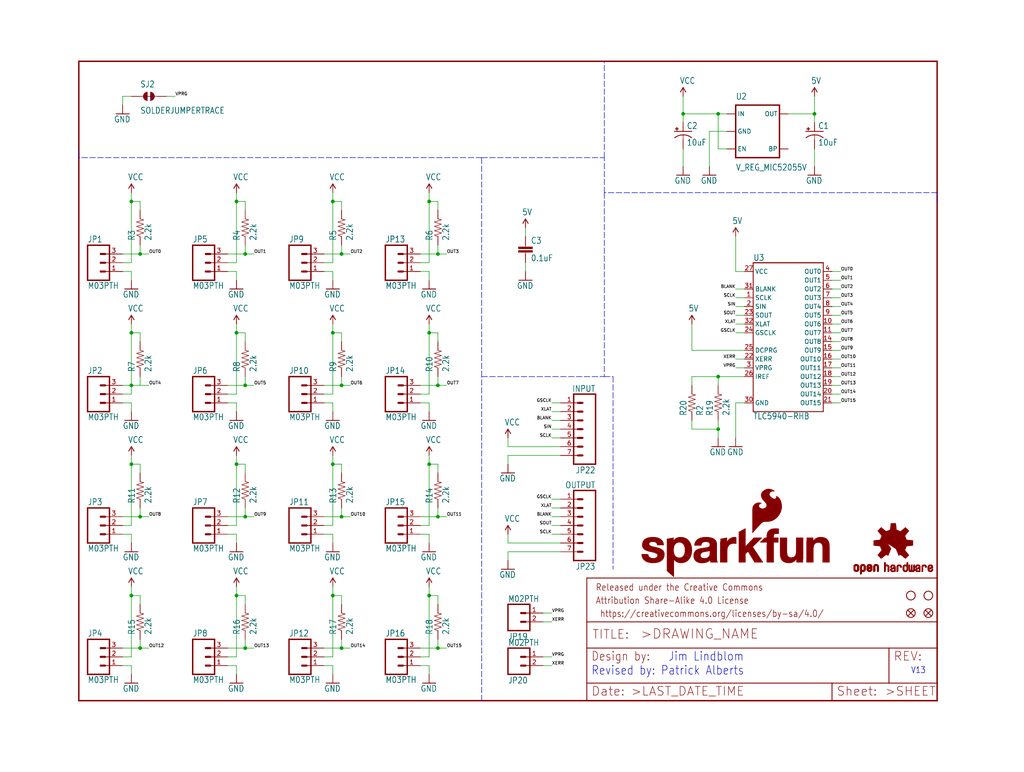
<source format=kicad_sch>
(kicad_sch (version 20211123) (generator eeschema)
  (paper "User" 297.002 223.926)
  (lib_symbols
    (symbol "eagleSchem-eagle-import:0.1UF-25V(+80{slash}-20%)(0603)"
      (property "Reference" "C" (at 1.524 2.921 0))
      (property "Value" "0.1UF-25V(+80{slash}-20%)(0603)" (at 1.524 -2.159 0))
      (symbol "0.1UF-25V(+80{slash}-20%)(0603)_1_0"
        (pin passive line (at 0 5.08 270) (length 2.54) (name "1") (number "1"))
        (pin passive line (at 0 -2.54 90) (length 2.54) (name "2") (number "2"))
      )
    )
    (symbol "eagleSchem-eagle-import:10UF-16V-10%(TANT)"
      (property "Reference" "C" (at 1.016 0.635 0))
      (property "Value" "10UF-16V-10%(TANT)" (at 1.016 -4.191 0))
      (symbol "10UF-16V-10%(TANT)_1_0"
        (pin passive line (at 0 2.54 270) (length 2.54) (name "+") (number "A"))
        (pin passive line (at 0 -5.08 90) (length 2.54) (name "-") (number "C"))
      )
    )
    (symbol "eagleSchem-eagle-import:10UF-20V-10%(TANT)"
      (property "Reference" "C" (at 1.016 0.635 0))
      (property "Value" "10UF-20V-10%(TANT)" (at 1.016 -4.191 0))
      (symbol "10UF-20V-10%(TANT)_1_0"
        (pin passive line (at 0 2.54 270) (length 2.54) (name "+") (number "A"))
        (pin passive line (at 0 -5.08 90) (length 2.54) (name "-") (number "C"))
      )
    )
    (symbol "eagleSchem-eagle-import:2.2KOHM-1{slash}10W-1%(0603)"
      (property "Reference" "R" (at -3.81 1.4986 0))
      (property "Value" "2.2KOHM-1{slash}10W-1%(0603)" (at -3.81 -3.302 0))
      (symbol "2.2KOHM-1{slash}10W-1%(0603)_1_0"
        (pin passive line (at -5.08 0 0) (length 2.54) (name "1") (number "1"))
        (pin passive line (at 5.08 0 180) (length 2.54) (name "2") (number "2"))
      )
    )
    (symbol "eagleSchem-eagle-import:5V" (power)
      (property "Value" "5V" (at -1.016 3.556 0))
      (symbol "5V_1_0"
        (pin power_in line (at 0 0 90) (length 2.54) (name "5V") (number "1"))
      )
    )
    (symbol "eagleSchem-eagle-import:FIDUCIAL1X2")
    (symbol "eagleSchem-eagle-import:FRAME-LETTER"
      (symbol "FRAME-LETTER_2_0"
        (text " https://creativecommons.org/licenses/by-sa/4.0/" (at 2.54 24.13 0) (effects (font (size 1.9304 1.6408)) (justify left bottom)))
        (text ">DRAWING_NAME" (at 15.494 17.78 0) (effects (font (size 2.7432 2.7432)) (justify left bottom)))
        (text ">LAST_DATE_TIME" (at 12.7 1.27 0) (effects (font (size 2.54 2.54)) (justify left bottom)))
        (text ">SHEET" (at 86.36 1.27 0) (effects (font (size 2.54 2.54)) (justify left bottom)))
        (text "Attribution Share-Alike 4.0 License" (at 2.54 27.94 0) (effects (font (size 1.9304 1.6408)) (justify left bottom)))
        (text "Date:" (at 1.27 1.27 0) (effects (font (size 2.54 2.54)) (justify left bottom)))
        (text "Design by:" (at 1.27 11.43 0) (effects (font (size 2.54 2.159)) (justify left bottom)))
        (text "Released under the Creative Commons" (at 2.54 31.75 0) (effects (font (size 1.9304 1.6408)) (justify left bottom)))
        (text "REV:" (at 88.9 11.43 0) (effects (font (size 2.54 2.54)) (justify left bottom)))
        (text "Sheet:" (at 72.39 1.27 0) (effects (font (size 2.54 2.54)) (justify left bottom)))
        (text "TITLE:" (at 1.524 17.78 0) (effects (font (size 2.54 2.54)) (justify left bottom)))
      )
    )
    (symbol "eagleSchem-eagle-import:GND" (power)
      (property "Value" "GND" (at -2.54 -2.54 0))
      (symbol "GND_1_0"
        (pin power_in line (at 0 2.54 270) (length 2.54) (name "GND") (number "1"))
      )
    )
    (symbol "eagleSchem-eagle-import:M02PTH"
      (property "Reference" "JP" (at -2.54 5.842 0))
      (property "Value" "M02PTH" (at -2.54 -5.08 0))
      (symbol "M02PTH_1_0"
        (pin passive line (at 7.62 0 180) (length 5.08) (name "1") (number "1"))
        (pin passive line (at 7.62 2.54 180) (length 5.08) (name "2") (number "2"))
      )
    )
    (symbol "eagleSchem-eagle-import:M03PTH"
      (property "Reference" "JP" (at -2.54 5.842 0))
      (property "Value" "M03PTH" (at -2.54 -7.62 0))
      (symbol "M03PTH_1_0"
        (pin passive line (at 7.62 -2.54 180) (length 5.08) (name "1") (number "1"))
        (pin passive line (at 7.62 0 180) (length 5.08) (name "2") (number "2"))
        (pin passive line (at 7.62 2.54 180) (length 5.08) (name "3") (number "3"))
      )
    )
    (symbol "eagleSchem-eagle-import:M07"
      (property "Reference" "JP" (at -5.08 13.462 0))
      (property "Value" "M07" (at -5.08 -10.16 0))
      (symbol "M07_1_0"
        (pin passive line (at 5.08 -5.08 180) (length 5.08) (name "1") (number "1"))
        (pin passive line (at 5.08 -2.54 180) (length 5.08) (name "2") (number "2"))
        (pin passive line (at 5.08 0 180) (length 5.08) (name "3") (number "3"))
        (pin passive line (at 5.08 2.54 180) (length 5.08) (name "4") (number "4"))
        (pin passive line (at 5.08 5.08 180) (length 5.08) (name "5") (number "5"))
        (pin passive line (at 5.08 7.62 180) (length 5.08) (name "6") (number "6"))
        (pin passive line (at 5.08 10.16 180) (length 5.08) (name "7") (number "7"))
      )
    )
    (symbol "eagleSchem-eagle-import:OSHW-LOGOS")
    (symbol "eagleSchem-eagle-import:RESISTORKIT"
      (property "Reference" "R" (at -3.81 1.4986 0))
      (property "Value" "RESISTORKIT" (at -3.81 -3.302 0))
      (symbol "RESISTORKIT_1_0"
        (pin passive line (at -5.08 0 0) (length 2.54) (name "1") (number "P$1"))
        (pin passive line (at 5.08 0 180) (length 2.54) (name "2") (number "P$2"))
      )
    )
    (symbol "eagleSchem-eagle-import:SFE_LOGO_NAME_FLAME.2_INCH")
    (symbol "eagleSchem-eagle-import:SOLDERJUMPERTRACE"
      (property "Reference" "SJ" (at -2.54 2.54 0))
      (property "Value" "SOLDERJUMPERTRACE" (at -2.54 -5.08 0))
      (symbol "SOLDERJUMPERTRACE_1_0"
        (pin passive line (at -5.08 0 0) (length 2.54) (name "1") (number "1"))
        (pin passive line (at 5.08 0 180) (length 2.54) (name "2") (number "2"))
      )
    )
    (symbol "eagleSchem-eagle-import:STAND-OFF")
    (symbol "eagleSchem-eagle-import:TLC5940-RHB"
      (property "Reference" "U" (at -10.16 20.828 0))
      (property "Value" "TLC5940-RHB" (at -10.16 -25.146 0))
      (symbol "TLC5940-RHB_1_0"
        (pin bidirectional line (at -12.7 10.16 0) (length 2.54) (name "SCLK") (number "1"))
        (pin bidirectional line (at 12.7 2.54 180) (length 2.54) (name "OUT6") (number "10"))
        (pin bidirectional line (at 12.7 0 180) (length 2.54) (name "OUT7") (number "11"))
        (pin bidirectional line (at 12.7 -2.54 180) (length 2.54) (name "OUT8") (number "14"))
        (pin bidirectional line (at 12.7 -5.08 180) (length 2.54) (name "OUT9") (number "15"))
        (pin bidirectional line (at 12.7 -7.62 180) (length 2.54) (name "OUT10") (number "16"))
        (pin bidirectional line (at 12.7 -10.16 180) (length 2.54) (name "OUT11") (number "17"))
        (pin bidirectional line (at 12.7 -12.7 180) (length 2.54) (name "OUT12") (number "18"))
        (pin bidirectional line (at 12.7 -15.24 180) (length 2.54) (name "OUT13") (number "19"))
        (pin bidirectional line (at -12.7 7.62 0) (length 2.54) (name "SIN") (number "2"))
        (pin bidirectional line (at 12.7 -17.78 180) (length 2.54) (name "OUT14") (number "20"))
        (pin bidirectional line (at 12.7 -20.32 180) (length 2.54) (name "OUT15") (number "21"))
        (pin bidirectional line (at -12.7 -7.62 0) (length 2.54) (name "XERR") (number "22"))
        (pin bidirectional line (at -12.7 5.08 0) (length 2.54) (name "SOUT") (number "23"))
        (pin bidirectional line (at -12.7 0 0) (length 2.54) (name "GSCLK") (number "24"))
        (pin bidirectional line (at -12.7 -5.08 0) (length 2.54) (name "DCPRG") (number "25"))
        (pin bidirectional line (at -12.7 -12.7 0) (length 2.54) (name "IREF") (number "26"))
        (pin bidirectional line (at -12.7 17.78 0) (length 2.54) (name "VCC") (number "27"))
        (pin bidirectional line (at -12.7 -10.16 0) (length 2.54) (name "VPRG") (number "3"))
        (pin bidirectional line (at -12.7 -20.32 0) (length 2.54) (name "GND") (number "30"))
        (pin bidirectional line (at -12.7 12.7 0) (length 2.54) (name "BLANK") (number "31"))
        (pin bidirectional line (at -12.7 2.54 0) (length 2.54) (name "XLAT") (number "32"))
        (pin bidirectional line (at 12.7 17.78 180) (length 2.54) (name "OUT0") (number "4"))
        (pin bidirectional line (at 12.7 15.24 180) (length 2.54) (name "OUT1") (number "5"))
        (pin bidirectional line (at 12.7 12.7 180) (length 2.54) (name "OUT2") (number "6"))
        (pin bidirectional line (at 12.7 10.16 180) (length 2.54) (name "OUT3") (number "7"))
        (pin bidirectional line (at 12.7 7.62 180) (length 2.54) (name "OUT4") (number "8"))
        (pin bidirectional line (at 12.7 5.08 180) (length 2.54) (name "OUT5") (number "9"))
      )
    )
    (symbol "eagleSchem-eagle-import:VCC" (power)
      (property "Value" "VCC" (at -1.016 3.556 0))
      (symbol "VCC_1_0"
        (pin power_in line (at 0 0 90) (length 2.54) (name "VCC") (number "1"))
      )
    )
    (symbol "eagleSchem-eagle-import:V_REG_MIC52055V"
      (property "Value" "V_REG_MIC52055V" (at -7.62 -11.43 0))
      (symbol "V_REG_MIC52055V_1_0"
        (pin input line (at -10.16 5.08 0) (length 2.54) (name "IN") (number "1"))
        (pin input line (at -10.16 0 0) (length 2.54) (name "GND") (number "2"))
        (pin input line (at -10.16 -5.08 0) (length 2.54) (name "EN") (number "3"))
        (pin input line (at 7.62 -5.08 180) (length 2.54) (name "BP") (number "4"))
        (pin passive line (at 7.62 5.08 180) (length 2.54) (name "OUT") (number "5"))
      )
    )
  )
  (junction (at 96.52 58.42))
  (junction (at 71.12 111.76))
  (junction (at 38.1 58.42))
  (junction (at 40.64 149.86))
  (junction (at 127 149.86))
  (junction (at 208.28 124.46))
  (junction (at 99.06 149.86))
  (junction (at 198.12 33.02))
  (junction (at 40.64 187.96))
  (junction (at 38.1 111.76))
  (junction (at 208.28 109.22))
  (junction (at 38.1 134.62))
  (junction (at 124.46 58.42))
  (junction (at 38.1 172.72))
  (junction (at 68.58 96.52))
  (junction (at 127 187.96))
  (junction (at 124.46 96.52))
  (junction (at 68.58 172.72))
  (junction (at 127 73.66))
  (junction (at 68.58 58.42))
  (junction (at 71.12 73.66))
  (junction (at 99.06 73.66))
  (junction (at 236.22 33.02))
  (junction (at 96.52 96.52))
  (junction (at 96.52 134.62))
  (junction (at 96.52 172.72))
  (junction (at 38.1 96.52))
  (junction (at 124.46 134.62))
  (junction (at 99.06 111.76))
  (junction (at 208.28 33.02))
  (junction (at 71.12 187.96))
  (junction (at 40.64 73.66))
  (junction (at 127 111.76))
  (junction (at 99.06 187.96))
  (junction (at 71.12 149.86))
  (junction (at 124.46 172.72))
  (junction (at 68.58 134.62))
  (wire (pts (xy 121.92 111.76) (xy 127 111.76)))
  (wire (pts (xy 38.1 193.04) (xy 38.1 195.58)))
  (wire (pts (xy 124.46 190.5) (xy 124.46 172.72)))
  (wire (pts (xy 40.64 134.62) (xy 38.1 134.62)))
  (wire (pts (xy 162.56 144.78) (xy 160.02 144.78)))
  (wire (pts (xy 200.66 101.6) (xy 200.66 93.98)))
  (wire (pts (xy 215.9 78.74) (xy 213.36 78.74)))
  (wire (pts (xy 241.3 109.22) (xy 243.84 109.22)))
  (wire (pts (xy 96.52 96.52) (xy 96.52 93.98)))
  (wire (pts (xy 127 73.66) (xy 129.54 73.66)))
  (wire (pts (xy 215.9 83.82) (xy 213.36 83.82)))
  (wire (pts (xy 127 111.76) (xy 129.54 111.76)))
  (wire (pts (xy 38.1 76.2) (xy 38.1 58.42)))
  (wire (pts (xy 99.06 111.76) (xy 101.6 111.76)))
  (wire (pts (xy 96.52 116.84) (xy 96.52 119.38)))
  (wire (pts (xy 157.48 177.8) (xy 160.02 177.8)))
  (wire (pts (xy 35.56 114.3) (xy 38.1 114.3)))
  (wire (pts (xy 99.06 109.22) (xy 99.06 111.76)))
  (wire (pts (xy 162.56 147.32) (xy 160.02 147.32)))
  (wire (pts (xy 40.64 60.96) (xy 40.64 58.42)))
  (wire (pts (xy 93.98 78.74) (xy 96.52 78.74)))
  (wire (pts (xy 38.1 154.94) (xy 38.1 157.48)))
  (wire (pts (xy 38.1 96.52) (xy 38.1 93.98)))
  (wire (pts (xy 121.92 78.74) (xy 124.46 78.74)))
  (wire (pts (xy 208.28 109.22) (xy 208.28 111.76)))
  (wire (pts (xy 215.9 88.9) (xy 213.36 88.9)))
  (wire (pts (xy 127 60.96) (xy 127 58.42)))
  (wire (pts (xy 215.9 104.14) (xy 213.36 104.14)))
  (wire (pts (xy 99.06 96.52) (xy 96.52 96.52)))
  (wire (pts (xy 215.9 116.84) (xy 213.36 116.84)))
  (wire (pts (xy 35.56 30.48) (xy 35.56 27.94)))
  (wire (pts (xy 99.06 187.96) (xy 99.06 185.42)))
  (wire (pts (xy 127 134.62) (xy 124.46 134.62)))
  (wire (pts (xy 127 96.52) (xy 124.46 96.52)))
  (wire (pts (xy 66.04 152.4) (xy 68.58 152.4)))
  (wire (pts (xy 241.3 114.3) (xy 243.84 114.3)))
  (wire (pts (xy 210.82 43.18) (xy 208.28 43.18)))
  (wire (pts (xy 215.9 106.68) (xy 213.36 106.68)))
  (wire (pts (xy 241.3 101.6) (xy 243.84 101.6)))
  (wire (pts (xy 71.12 137.16) (xy 71.12 134.62)))
  (wire (pts (xy 162.56 152.4) (xy 160.02 152.4)))
  (wire (pts (xy 127 187.96) (xy 129.54 187.96)))
  (wire (pts (xy 68.58 154.94) (xy 68.58 157.48)))
  (wire (pts (xy 38.1 172.72) (xy 38.1 170.18)))
  (wire (pts (xy 35.56 152.4) (xy 38.1 152.4)))
  (wire (pts (xy 48.26 27.94) (xy 50.8 27.94)))
  (wire (pts (xy 99.06 149.86) (xy 99.06 147.32)))
  (wire (pts (xy 236.22 48.26) (xy 236.22 43.18)))
  (wire (pts (xy 68.58 134.62) (xy 68.58 132.08)))
  (wire (pts (xy 241.3 106.68) (xy 243.84 106.68)))
  (wire (pts (xy 66.04 154.94) (xy 68.58 154.94)))
  (wire (pts (xy 127 99.06) (xy 127 96.52)))
  (wire (pts (xy 121.92 76.2) (xy 124.46 76.2)))
  (wire (pts (xy 71.12 109.22) (xy 71.12 111.76)))
  (wire (pts (xy 162.56 132.08) (xy 147.32 132.08)))
  (wire (pts (xy 66.04 111.76) (xy 71.12 111.76)))
  (wire (pts (xy 40.64 111.76) (xy 40.64 109.22)))
  (wire (pts (xy 121.92 187.96) (xy 127 187.96)))
  (wire (pts (xy 198.12 35.56) (xy 198.12 33.02)))
  (wire (pts (xy 40.64 99.06) (xy 40.64 96.52)))
  (wire (pts (xy 236.22 33.02) (xy 236.22 35.56)))
  (wire (pts (xy 198.12 33.02) (xy 198.12 27.94)))
  (wire (pts (xy 241.3 116.84) (xy 243.84 116.84)))
  (wire (pts (xy 68.58 96.52) (xy 68.58 93.98)))
  (wire (pts (xy 96.52 134.62) (xy 96.52 132.08)))
  (wire (pts (xy 71.12 187.96) (xy 71.12 185.42)))
  (wire (pts (xy 40.64 149.86) (xy 40.64 147.32)))
  (wire (pts (xy 96.52 154.94) (xy 96.52 157.48)))
  (wire (pts (xy 96.52 114.3) (xy 96.52 96.52)))
  (wire (pts (xy 152.4 78.74) (xy 152.4 76.2)))
  (wire (pts (xy 99.06 134.62) (xy 96.52 134.62)))
  (wire (pts (xy 124.46 154.94) (xy 124.46 157.48)))
  (wire (pts (xy 241.3 96.52) (xy 243.84 96.52)))
  (wire (pts (xy 40.64 149.86) (xy 43.18 149.86)))
  (wire (pts (xy 71.12 96.52) (xy 68.58 96.52)))
  (wire (pts (xy 38.1 114.3) (xy 38.1 111.76)))
  (wire (pts (xy 38.1 190.5) (xy 38.1 172.72)))
  (wire (pts (xy 215.9 101.6) (xy 200.66 101.6)))
  (wire (pts (xy 213.36 116.84) (xy 213.36 127)))
  (wire (pts (xy 71.12 60.96) (xy 71.12 58.42)))
  (wire (pts (xy 236.22 33.02) (xy 236.22 27.94)))
  (wire (pts (xy 66.04 187.96) (xy 71.12 187.96)))
  (wire (pts (xy 99.06 172.72) (xy 96.52 172.72)))
  (wire (pts (xy 99.06 187.96) (xy 101.6 187.96)))
  (wire (pts (xy 121.92 73.66) (xy 127 73.66)))
  (wire (pts (xy 66.04 114.3) (xy 68.58 114.3)))
  (wire (pts (xy 200.66 124.46) (xy 208.28 124.46)))
  (wire (pts (xy 40.64 137.16) (xy 40.64 134.62)))
  (wire (pts (xy 157.48 180.34) (xy 160.02 180.34)))
  (wire (pts (xy 215.9 86.36) (xy 213.36 86.36)))
  (wire (pts (xy 99.06 58.42) (xy 96.52 58.42)))
  (wire (pts (xy 66.04 190.5) (xy 68.58 190.5)))
  (wire (pts (xy 35.56 149.86) (xy 40.64 149.86)))
  (polyline (pts (xy 175.26 55.88) (xy 175.26 109.22)))
  (wire (pts (xy 208.28 124.46) (xy 208.28 121.92)))
  (wire (pts (xy 121.92 149.86) (xy 127 149.86)))
  (wire (pts (xy 241.3 104.14) (xy 243.84 104.14)))
  (wire (pts (xy 38.1 27.94) (xy 35.56 27.94)))
  (wire (pts (xy 66.04 76.2) (xy 68.58 76.2)))
  (wire (pts (xy 99.06 73.66) (xy 101.6 73.66)))
  (wire (pts (xy 35.56 187.96) (xy 40.64 187.96)))
  (wire (pts (xy 215.9 96.52) (xy 213.36 96.52)))
  (polyline (pts (xy 139.7 45.72) (xy 175.26 45.72)))
  (wire (pts (xy 38.1 58.42) (xy 38.1 55.88)))
  (wire (pts (xy 38.1 134.62) (xy 38.1 132.08)))
  (wire (pts (xy 99.06 60.96) (xy 99.06 58.42)))
  (wire (pts (xy 68.58 116.84) (xy 68.58 119.38)))
  (wire (pts (xy 93.98 190.5) (xy 96.52 190.5)))
  (wire (pts (xy 162.56 121.92) (xy 160.02 121.92)))
  (wire (pts (xy 68.58 172.72) (xy 68.58 170.18)))
  (wire (pts (xy 127 109.22) (xy 127 111.76)))
  (wire (pts (xy 38.1 78.74) (xy 38.1 81.28)))
  (wire (pts (xy 38.1 152.4) (xy 38.1 134.62)))
  (wire (pts (xy 96.52 78.74) (xy 96.52 81.28)))
  (wire (pts (xy 162.56 124.46) (xy 160.02 124.46)))
  (wire (pts (xy 93.98 149.86) (xy 99.06 149.86)))
  (wire (pts (xy 205.74 48.26) (xy 205.74 38.1)))
  (polyline (pts (xy 44.196 27.94) (xy 42.164 27.94)))
  (wire (pts (xy 228.6 33.02) (xy 236.22 33.02)))
  (polyline (pts (xy 177.8 109.22) (xy 177.8 165.1)))
  (wire (pts (xy 157.48 193.04) (xy 160.02 193.04)))
  (wire (pts (xy 71.12 149.86) (xy 71.12 147.32)))
  (wire (pts (xy 215.9 91.44) (xy 213.36 91.44)))
  (wire (pts (xy 96.52 172.72) (xy 96.52 170.18)))
  (wire (pts (xy 200.66 121.92) (xy 200.66 124.46)))
  (wire (pts (xy 35.56 73.66) (xy 40.64 73.66)))
  (wire (pts (xy 40.64 73.66) (xy 43.18 73.66)))
  (wire (pts (xy 71.12 175.26) (xy 71.12 172.72)))
  (wire (pts (xy 208.28 43.18) (xy 208.28 33.02)))
  (wire (pts (xy 38.1 111.76) (xy 43.18 111.76)))
  (wire (pts (xy 121.92 193.04) (xy 124.46 193.04)))
  (wire (pts (xy 35.56 76.2) (xy 38.1 76.2)))
  (wire (pts (xy 205.74 38.1) (xy 210.82 38.1)))
  (polyline (pts (xy 139.7 45.72) (xy 22.86 45.72)))
  (wire (pts (xy 200.66 109.22) (xy 208.28 109.22)))
  (wire (pts (xy 93.98 116.84) (xy 96.52 116.84)))
  (wire (pts (xy 162.56 157.48) (xy 147.32 157.48)))
  (wire (pts (xy 213.36 78.74) (xy 213.36 68.58)))
  (wire (pts (xy 99.06 137.16) (xy 99.06 134.62)))
  (wire (pts (xy 68.58 76.2) (xy 68.58 58.42)))
  (wire (pts (xy 96.52 193.04) (xy 96.52 195.58)))
  (wire (pts (xy 121.92 190.5) (xy 124.46 190.5)))
  (wire (pts (xy 68.58 58.42) (xy 68.58 55.88)))
  (wire (pts (xy 200.66 111.76) (xy 200.66 109.22)))
  (wire (pts (xy 93.98 76.2) (xy 96.52 76.2)))
  (wire (pts (xy 124.46 78.74) (xy 124.46 81.28)))
  (wire (pts (xy 162.56 127) (xy 160.02 127)))
  (polyline (pts (xy 139.7 109.22) (xy 139.7 45.72)))
  (wire (pts (xy 127 73.66) (xy 127 71.12)))
  (wire (pts (xy 162.56 160.02) (xy 147.32 160.02)))
  (polyline (pts (xy 271.78 58.42) (xy 271.78 55.88)))
  (polyline (pts (xy 271.78 55.88) (xy 175.26 55.88)))
  (wire (pts (xy 147.32 132.08) (xy 147.32 134.62)))
  (wire (pts (xy 99.06 99.06) (xy 99.06 96.52)))
  (wire (pts (xy 127 187.96) (xy 127 185.42)))
  (wire (pts (xy 35.56 193.04) (xy 38.1 193.04)))
  (wire (pts (xy 99.06 149.86) (xy 101.6 149.86)))
  (wire (pts (xy 71.12 58.42) (xy 68.58 58.42)))
  (wire (pts (xy 93.98 114.3) (xy 96.52 114.3)))
  (wire (pts (xy 68.58 152.4) (xy 68.58 134.62)))
  (wire (pts (xy 40.64 175.26) (xy 40.64 172.72)))
  (wire (pts (xy 162.56 129.54) (xy 147.32 129.54)))
  (wire (pts (xy 40.64 96.52) (xy 38.1 96.52)))
  (wire (pts (xy 162.56 116.84) (xy 160.02 116.84)))
  (polyline (pts (xy 175.26 109.22) (xy 177.8 109.22)))
  (wire (pts (xy 93.98 187.96) (xy 99.06 187.96)))
  (wire (pts (xy 66.04 149.86) (xy 71.12 149.86)))
  (wire (pts (xy 241.3 83.82) (xy 243.84 83.82)))
  (polyline (pts (xy 22.86 45.72) (xy 22.86 43.18)))
  (wire (pts (xy 71.12 99.06) (xy 71.12 96.52)))
  (wire (pts (xy 71.12 111.76) (xy 73.66 111.76)))
  (wire (pts (xy 35.56 111.76) (xy 38.1 111.76)))
  (wire (pts (xy 124.46 116.84) (xy 124.46 119.38)))
  (wire (pts (xy 127 149.86) (xy 129.54 149.86)))
  (wire (pts (xy 68.58 190.5) (xy 68.58 172.72)))
  (wire (pts (xy 162.56 119.38) (xy 160.02 119.38)))
  (wire (pts (xy 241.3 91.44) (xy 243.84 91.44)))
  (wire (pts (xy 127 149.86) (xy 127 147.32)))
  (wire (pts (xy 35.56 78.74) (xy 38.1 78.74)))
  (wire (pts (xy 241.3 111.76) (xy 243.84 111.76)))
  (wire (pts (xy 162.56 149.86) (xy 160.02 149.86)))
  (polyline (pts (xy 139.7 109.22) (xy 175.26 109.22)))
  (wire (pts (xy 40.64 187.96) (xy 43.18 187.96)))
  (wire (pts (xy 124.46 152.4) (xy 124.46 134.62)))
  (wire (pts (xy 124.46 58.42) (xy 124.46 55.88)))
  (polyline (pts (xy 175.26 55.88) (xy 175.26 45.72)))
  (wire (pts (xy 66.04 73.66) (xy 71.12 73.66)))
  (wire (pts (xy 96.52 58.42) (xy 96.52 55.88)))
  (wire (pts (xy 121.92 152.4) (xy 124.46 152.4)))
  (wire (pts (xy 198.12 48.26) (xy 198.12 43.18)))
  (wire (pts (xy 241.3 93.98) (xy 243.84 93.98)))
  (wire (pts (xy 96.52 190.5) (xy 96.52 172.72)))
  (wire (pts (xy 210.82 33.02) (xy 208.28 33.02)))
  (wire (pts (xy 124.46 114.3) (xy 124.46 96.52)))
  (wire (pts (xy 208.28 33.02) (xy 198.12 33.02)))
  (wire (pts (xy 124.46 134.62) (xy 124.46 132.08)))
  (wire (pts (xy 40.64 187.96) (xy 40.64 185.42)))
  (wire (pts (xy 162.56 154.94) (xy 160.02 154.94)))
  (wire (pts (xy 96.52 76.2) (xy 96.52 58.42)))
  (wire (pts (xy 66.04 193.04) (xy 68.58 193.04)))
  (wire (pts (xy 127 175.26) (xy 127 172.72)))
  (polyline (pts (xy 139.7 203.2) (xy 139.7 109.22)))
  (polyline (pts (xy 175.26 45.72) (xy 175.26 17.78)))
  (wire (pts (xy 35.56 154.94) (xy 38.1 154.94)))
  (wire (pts (xy 71.12 149.86) (xy 73.66 149.86)))
  (wire (pts (xy 68.58 193.04) (xy 68.58 195.58)))
  (wire (pts (xy 93.98 111.76) (xy 99.06 111.76)))
  (wire (pts (xy 157.48 190.5) (xy 160.02 190.5)))
  (wire (pts (xy 99.06 175.26) (xy 99.06 172.72)))
  (wire (pts (xy 241.3 99.06) (xy 243.84 99.06)))
  (wire (pts (xy 71.12 172.72) (xy 68.58 172.72)))
  (wire (pts (xy 241.3 81.28) (xy 243.84 81.28)))
  (wire (pts (xy 93.98 154.94) (xy 96.52 154.94)))
  (wire (pts (xy 121.92 154.94) (xy 124.46 154.94)))
  (wire (pts (xy 124.46 172.72) (xy 124.46 170.18)))
  (wire (pts (xy 38.1 116.84) (xy 38.1 119.38)))
  (wire (pts (xy 40.64 71.12) (xy 40.64 73.66)))
  (wire (pts (xy 68.58 114.3) (xy 68.58 96.52)))
  (wire (pts (xy 124.46 193.04) (xy 124.46 195.58)))
  (wire (pts (xy 40.64 172.72) (xy 38.1 172.72)))
  (wire (pts (xy 93.98 193.04) (xy 96.52 193.04)))
  (wire (pts (xy 38.1 111.76) (xy 38.1 96.52)))
  (wire (pts (xy 99.06 71.12) (xy 99.06 73.66)))
  (wire (pts (xy 124.46 76.2) (xy 124.46 58.42)))
  (wire (pts (xy 66.04 116.84) (xy 68.58 116.84)))
  (wire (pts (xy 121.92 116.84) (xy 124.46 116.84)))
  (wire (pts (xy 40.64 58.42) (xy 38.1 58.42)))
  (wire (pts (xy 35.56 190.5) (xy 38.1 190.5)))
  (wire (pts (xy 127 58.42) (xy 124.46 58.42)))
  (wire (pts (xy 71.12 187.96) (xy 73.66 187.96)))
  (wire (pts (xy 147.32 160.02) (xy 147.32 162.56)))
  (wire (pts (xy 124.46 96.52) (xy 124.46 93.98)))
  (wire (pts (xy 93.98 73.66) (xy 99.06 73.66)))
  (wire (pts (xy 127 172.72) (xy 124.46 172.72)))
  (wire (pts (xy 71.12 73.66) (xy 73.66 73.66)))
  (wire (pts (xy 241.3 78.74) (xy 243.84 78.74)))
  (wire (pts (xy 215.9 93.98) (xy 213.36 93.98)))
  (wire (pts (xy 147.32 157.48) (xy 147.32 154.94)))
  (wire (pts (xy 241.3 86.36) (xy 243.84 86.36)))
  (wire (pts (xy 215.9 109.22) (xy 208.28 109.22)))
  (wire (pts (xy 93.98 152.4) (xy 96.52 152.4)))
  (wire (pts (xy 96.52 152.4) (xy 96.52 134.62)))
  (wire (pts (xy 71.12 134.62) (xy 68.58 134.62)))
  (wire (pts (xy 241.3 88.9) (xy 243.84 88.9)))
  (wire (pts (xy 35.56 116.84) (xy 38.1 116.84)))
  (wire (pts (xy 127 137.16) (xy 127 134.62)))
  (wire (pts (xy 121.92 114.3) (xy 124.46 114.3)))
  (wire (pts (xy 68.58 78.74) (xy 68.58 81.28)))
  (wire (pts (xy 71.12 71.12) (xy 71.12 73.66)))
  (wire (pts (xy 66.04 78.74) (xy 68.58 78.74)))
  (wire (pts (xy 208.28 127) (xy 208.28 124.46)))
  (wire (pts (xy 147.32 129.54) (xy 147.32 127)))
  (wire (pts (xy 152.4 66.04) (xy 152.4 68.58)))
  (text "Revised by: Patrick Alberts" (at 171.45 196.088 180) (effects (font (size 2.54 2.159)) (justify left bottom)))
  (text "V13" (at 264.16 195.58 180) (effects (font (size 1.778 1.5113)) (justify left bottom)))
  (text "Jim Lindblom" (at 193.802 192.024 180) (effects (font (size 2.54 2.159)) (justify left bottom)))
  (label "OUT12" (at 43.18 187.96 0) (effects (font (size 0.889 0.889))))
  (label "OUT2" (at 101.6 73.66 0) (effects (font (size 0.889 0.889))))
  (label "OUT0" (at 243.84 78.74 0) (effects (font (size 0.889 0.889))))
  (label "OUT5" (at 73.66 111.76 0) (effects (font (size 0.889 0.889))))
  (label "OUT11" (at 129.54 149.86 0) (effects (font (size 0.889 0.889))))
  (label "OUT14" (at 243.84 114.3 0) (effects (font (size 0.889 0.889))))
  (label "OUT1" (at 73.66 73.66 0) (effects (font (size 0.889 0.889))))
  (label "GSCLK" (at 213.36 96.52 180) (effects (font (size 0.889 0.889))))
  (label "SIN" (at 160.02 124.46 180) (effects (font (size 0.889 0.889))))
  (label "OUT0" (at 43.18 73.66 0) (effects (font (size 0.889 0.889))))
  (label "OUT5" (at 243.84 91.44 0) (effects (font (size 0.889 0.889))))
  (label "GSCLK" (at 160.02 116.84 180) (effects (font (size 0.889 0.889))))
  (label "OUT4" (at 243.84 88.9 0) (effects (font (size 0.889 0.889))))
  (label "SIN" (at 213.36 88.9 180) (effects (font (size 0.889 0.889))))
  (label "OUT7" (at 129.54 111.76 0) (effects (font (size 0.889 0.889))))
  (label "XLAT" (at 160.02 119.38 180) (effects (font (size 0.889 0.889))))
  (label "XLAT" (at 160.02 147.32 180) (effects (font (size 0.889 0.889))))
  (label "OUT9" (at 73.66 149.86 0) (effects (font (size 0.889 0.889))))
  (label "OUT3" (at 129.54 73.66 0) (effects (font (size 0.889 0.889))))
  (label "OUT7" (at 243.84 96.52 0) (effects (font (size 0.889 0.889))))
  (label "OUT15" (at 129.54 187.96 0) (effects (font (size 0.889 0.889))))
  (label "OUT8" (at 43.18 149.86 0) (effects (font (size 0.889 0.889))))
  (label "BLANK" (at 160.02 149.86 180) (effects (font (size 0.889 0.889))))
  (label "OUT13" (at 243.84 111.76 0) (effects (font (size 0.889 0.889))))
  (label "OUT6" (at 243.84 93.98 0) (effects (font (size 0.889 0.889))))
  (label "SCLK" (at 160.02 154.94 180) (effects (font (size 0.889 0.889))))
  (label "XLAT" (at 213.36 93.98 180) (effects (font (size 0.889 0.889))))
  (label "OUT11" (at 243.84 106.68 0) (effects (font (size 0.889 0.889))))
  (label "OUT6" (at 101.6 111.76 0) (effects (font (size 0.889 0.889))))
  (label "OUT10" (at 243.84 104.14 0) (effects (font (size 0.889 0.889))))
  (label "OUT12" (at 243.84 109.22 0) (effects (font (size 0.889 0.889))))
  (label "OUT3" (at 243.84 86.36 0) (effects (font (size 0.889 0.889))))
  (label "GSCLK" (at 160.02 144.78 180) (effects (font (size 0.889 0.889))))
  (label "VPRG" (at 213.36 106.68 180) (effects (font (size 0.889 0.889))))
  (label "SCLK" (at 160.02 127 180) (effects (font (size 0.889 0.889))))
  (label "SCLK" (at 213.36 86.36 180) (effects (font (size 0.889 0.889))))
  (label "XERR" (at 213.36 104.14 180) (effects (font (size 0.889 0.889))))
  (label "BLANK" (at 160.02 121.92 180) (effects (font (size 0.889 0.889))))
  (label "OUT9" (at 243.84 101.6 0) (effects (font (size 0.889 0.889))))
  (label "OUT15" (at 243.84 116.84 0) (effects (font (size 0.889 0.889))))
  (label "OUT14" (at 101.6 187.96 0) (effects (font (size 0.889 0.889))))
  (label "OUT10" (at 101.6 149.86 0) (effects (font (size 0.889 0.889))))
  (label "BLANK" (at 213.36 83.82 180) (effects (font (size 0.889 0.889))))
  (label "OUT8" (at 243.84 99.06 0) (effects (font (size 0.889 0.889))))
  (label "XERR" (at 160.02 193.04 0) (effects (font (size 0.889 0.889))))
  (label "VPRG" (at 160.02 177.8 0) (effects (font (size 0.889 0.889))))
  (label "OUT1" (at 243.84 81.28 0) (effects (font (size 0.889 0.889))))
  (label "VPRG" (at 160.02 190.5 0) (effects (font (size 0.889 0.889))))
  (label "SOUT" (at 160.02 152.4 180) (effects (font (size 0.889 0.889))))
  (label "XERR" (at 160.02 180.34 0) (effects (font (size 0.889 0.889))))
  (label "OUT13" (at 73.66 187.96 0) (effects (font (size 0.889 0.889))))
  (label "SOUT" (at 213.36 91.44 180) (effects (font (size 0.889 0.889))))
  (label "VPRG" (at 50.8 27.94 0) (effects (font (size 0.889 0.889))))
  (label "OUT2" (at 243.84 83.82 0) (effects (font (size 0.889 0.889))))
  (label "OUT4" (at 43.18 111.76 0) (effects (font (size 0.889 0.889))))
  (symbol (lib_id "eagleSchem-eagle-import:GND") (at 205.74 50.8 0) (unit 1)
    (property "Reference" "#GND21" (effects hide))
    (property "Value" "GND" (at 203.2 53.34 0) (effects (font (size 1.778 1.5113)) (justify left bottom)))
    (property "Footprint" "eagleSchem:" (effects hide))
  )
  (symbol (lib_id "eagleSchem-eagle-import:M03PTH") (at 86.36 76.2 0) (unit 1)
    (property "Reference" "JP9" (at 83.82 70.358 0) (effects (font (size 1.778 1.5113)) (justify left bottom)))
    (property "Value" "M03PTH" (at 83.82 83.82 0) (effects (font (size 1.778 1.5113)) (justify left bottom)))
    (property "Footprint" "eagleSchem:1X03" (effects hide))
  )
  (symbol (lib_id "eagleSchem-eagle-import:VCC") (at 124.46 93.98 0) (unit 1)
    (property "Reference" "#P+16" (effects hide))
    (property "Value" "VCC" (at 123.444 90.424 0) (effects (font (size 1.778 1.5113)) (justify left bottom)))
    (property "Footprint" "eagleSchem:" (effects hide))
  )
  (symbol (lib_id "eagleSchem-eagle-import:2.2KOHM-1{slash}10W-1%(0603)") (at 40.64 104.14 90) (unit 1)
    (property "Reference" "R7" (at 39.1414 107.95 0) (effects (font (size 1.778 1.5113)) (justify left bottom)))
    (property "Value" "2.2k" (at 43.942 107.95 0) (effects (font (size 1.778 1.5113)) (justify left bottom)))
    (property "Footprint" "eagleSchem:0603-RES" (effects hide))
  )
  (symbol (lib_id "eagleSchem-eagle-import:V_REG_MIC52055V") (at 220.98 38.1 0) (unit 1)
    (property "Reference" "U2" (at 213.36 28.956 0) (effects (font (size 1.778 1.5113)) (justify left bottom)))
    (property "Value" "V_REG_MIC52055V" (at 213.36 49.53 0) (effects (font (size 1.778 1.5113)) (justify left bottom)))
    (property "Footprint" "eagleSchem:SOT23-5" (effects hide))
  )
  (symbol (lib_id "eagleSchem-eagle-import:5V") (at 213.36 68.58 0) (unit 1)
    (property "Reference" "#U$5" (effects hide))
    (property "Value" "5V" (at 212.344 65.024 0) (effects (font (size 1.778 1.5113)) (justify left bottom)))
    (property "Footprint" "eagleSchem:" (effects hide))
  )
  (symbol (lib_id "eagleSchem-eagle-import:VCC") (at 124.46 170.18 0) (unit 1)
    (property "Reference" "#P+18" (effects hide))
    (property "Value" "VCC" (at 123.444 166.624 0) (effects (font (size 1.778 1.5113)) (justify left bottom)))
    (property "Footprint" "eagleSchem:" (effects hide))
  )
  (symbol (lib_id "eagleSchem-eagle-import:GND") (at 124.46 83.82 0) (unit 1)
    (property "Reference" "#GND16" (effects hide))
    (property "Value" "GND" (at 121.92 86.36 0) (effects (font (size 1.778 1.5113)) (justify left bottom)))
    (property "Footprint" "eagleSchem:" (effects hide))
  )
  (symbol (lib_id "eagleSchem-eagle-import:GND") (at 38.1 121.92 0) (unit 1)
    (property "Reference" "#GND5" (effects hide))
    (property "Value" "GND" (at 35.56 124.46 0) (effects (font (size 1.778 1.5113)) (justify left bottom)))
    (property "Footprint" "eagleSchem:" (effects hide))
  )
  (symbol (lib_id "eagleSchem-eagle-import:FRAME-LETTER") (at 170.18 203.2 0) (unit 2)
    (property "Reference" "FRAME1" (effects hide))
    (property "Value" "FRAME-LETTER" (effects hide))
    (property "Footprint" "eagleSchem:CREATIVE_COMMONS" (effects hide))
  )
  (symbol (lib_id "eagleSchem-eagle-import:VCC") (at 96.52 93.98 0) (unit 1)
    (property "Reference" "#P+12" (effects hide))
    (property "Value" "VCC" (at 95.504 90.424 0) (effects (font (size 1.778 1.5113)) (justify left bottom)))
    (property "Footprint" "eagleSchem:" (effects hide))
  )
  (symbol (lib_id "eagleSchem-eagle-import:VCC") (at 124.46 132.08 0) (unit 1)
    (property "Reference" "#P+17" (effects hide))
    (property "Value" "VCC" (at 123.444 128.524 0) (effects (font (size 1.778 1.5113)) (justify left bottom)))
    (property "Footprint" "eagleSchem:" (effects hide))
  )
  (symbol (lib_id "eagleSchem-eagle-import:M03PTH") (at 58.42 114.3 0) (unit 1)
    (property "Reference" "JP6" (at 55.88 108.458 0) (effects (font (size 1.778 1.5113)) (justify left bottom)))
    (property "Value" "M03PTH" (at 55.88 121.92 0) (effects (font (size 1.778 1.5113)) (justify left bottom)))
    (property "Footprint" "eagleSchem:1X03" (effects hide))
  )
  (symbol (lib_id "eagleSchem-eagle-import:GND") (at 96.52 121.92 0) (unit 1)
    (property "Reference" "#GND13" (effects hide))
    (property "Value" "GND" (at 93.98 124.46 0) (effects (font (size 1.778 1.5113)) (justify left bottom)))
    (property "Footprint" "eagleSchem:" (effects hide))
  )
  (symbol (lib_id "eagleSchem-eagle-import:GND") (at 213.36 129.54 0) (unit 1)
    (property "Reference" "#GND24" (effects hide))
    (property "Value" "GND" (at 210.82 132.08 0) (effects (font (size 1.778 1.5113)) (justify left bottom)))
    (property "Footprint" "eagleSchem:" (effects hide))
  )
  (symbol (lib_id "eagleSchem-eagle-import:VCC") (at 38.1 132.08 0) (unit 1)
    (property "Reference" "#P+5" (effects hide))
    (property "Value" "VCC" (at 37.084 128.524 0) (effects (font (size 1.778 1.5113)) (justify left bottom)))
    (property "Footprint" "eagleSchem:" (effects hide))
  )
  (symbol (lib_id "eagleSchem-eagle-import:GND") (at 124.46 160.02 0) (unit 1)
    (property "Reference" "#GND18" (effects hide))
    (property "Value" "GND" (at 121.92 162.56 0) (effects (font (size 1.778 1.5113)) (justify left bottom)))
    (property "Footprint" "eagleSchem:" (effects hide))
  )
  (symbol (lib_id "eagleSchem-eagle-import:GND") (at 96.52 160.02 0) (unit 1)
    (property "Reference" "#GND14" (effects hide))
    (property "Value" "GND" (at 93.98 162.56 0) (effects (font (size 1.778 1.5113)) (justify left bottom)))
    (property "Footprint" "eagleSchem:" (effects hide))
  )
  (symbol (lib_id "eagleSchem-eagle-import:VCC") (at 38.1 93.98 0) (unit 1)
    (property "Reference" "#P+4" (effects hide))
    (property "Value" "VCC" (at 37.084 90.424 0) (effects (font (size 1.778 1.5113)) (justify left bottom)))
    (property "Footprint" "eagleSchem:" (effects hide))
  )
  (symbol (lib_id "eagleSchem-eagle-import:STAND-OFF") (at 264.16 172.72 0) (unit 1)
    (property "Reference" "JP18" (effects hide))
    (property "Value" "STAND-OFF" (effects hide))
    (property "Footprint" "eagleSchem:STAND-OFF" (effects hide))
  )
  (symbol (lib_id "eagleSchem-eagle-import:M03PTH") (at 27.94 114.3 0) (unit 1)
    (property "Reference" "JP2" (at 25.4 108.458 0) (effects (font (size 1.778 1.5113)) (justify left bottom)))
    (property "Value" "M03PTH" (at 25.4 121.92 0) (effects (font (size 1.778 1.5113)) (justify left bottom)))
    (property "Footprint" "eagleSchem:1X03" (effects hide))
  )
  (symbol (lib_id "eagleSchem-eagle-import:STAND-OFF") (at 269.24 172.72 0) (unit 1)
    (property "Reference" "JP17" (effects hide))
    (property "Value" "STAND-OFF" (effects hide))
    (property "Footprint" "eagleSchem:STAND-OFF" (effects hide))
  )
  (symbol (lib_id "eagleSchem-eagle-import:M03PTH") (at 86.36 190.5 0) (unit 1)
    (property "Reference" "JP12" (at 83.82 184.658 0) (effects (font (size 1.778 1.5113)) (justify left bottom)))
    (property "Value" "M03PTH" (at 83.82 198.12 0) (effects (font (size 1.778 1.5113)) (justify left bottom)))
    (property "Footprint" "eagleSchem:1X03" (effects hide))
  )
  (symbol (lib_id "eagleSchem-eagle-import:GND") (at 208.28 129.54 0) (unit 1)
    (property "Reference" "#GND25" (effects hide))
    (property "Value" "GND" (at 205.74 132.08 0) (effects (font (size 1.778 1.5113)) (justify left bottom)))
    (property "Footprint" "eagleSchem:" (effects hide))
  )
  (symbol (lib_id "eagleSchem-eagle-import:VCC") (at 68.58 93.98 0) (unit 1)
    (property "Reference" "#P+8" (effects hide))
    (property "Value" "VCC" (at 67.564 90.424 0) (effects (font (size 1.778 1.5113)) (justify left bottom)))
    (property "Footprint" "eagleSchem:" (effects hide))
  )
  (symbol (lib_id "eagleSchem-eagle-import:2.2KOHM-1{slash}10W-1%(0603)") (at 99.06 180.34 90) (unit 1)
    (property "Reference" "R17" (at 97.5614 184.15 0) (effects (font (size 1.778 1.5113)) (justify left bottom)))
    (property "Value" "2.2k" (at 102.362 184.15 0) (effects (font (size 1.778 1.5113)) (justify left bottom)))
    (property "Footprint" "eagleSchem:0603-RES" (effects hide))
  )
  (symbol (lib_id "eagleSchem-eagle-import:GND") (at 38.1 198.12 0) (unit 1)
    (property "Reference" "#GND7" (effects hide))
    (property "Value" "GND" (at 35.56 200.66 0) (effects (font (size 1.778 1.5113)) (justify left bottom)))
    (property "Footprint" "eagleSchem:" (effects hide))
  )
  (symbol (lib_id "eagleSchem-eagle-import:GND") (at 68.58 198.12 0) (unit 1)
    (property "Reference" "#GND11" (effects hide))
    (property "Value" "GND" (at 66.04 200.66 0) (effects (font (size 1.778 1.5113)) (justify left bottom)))
    (property "Footprint" "eagleSchem:" (effects hide))
  )
  (symbol (lib_id "eagleSchem-eagle-import:2.2KOHM-1{slash}10W-1%(0603)") (at 99.06 142.24 90) (unit 1)
    (property "Reference" "R13" (at 97.5614 146.05 0) (effects (font (size 1.778 1.5113)) (justify left bottom)))
    (property "Value" "2.2k" (at 102.362 146.05 0) (effects (font (size 1.778 1.5113)) (justify left bottom)))
    (property "Footprint" "eagleSchem:0603-RES" (effects hide))
  )
  (symbol (lib_id "eagleSchem-eagle-import:2.2KOHM-1{slash}10W-1%(0603)") (at 40.64 180.34 90) (unit 1)
    (property "Reference" "R15" (at 39.1414 184.15 0) (effects (font (size 1.778 1.5113)) (justify left bottom)))
    (property "Value" "2.2k" (at 43.942 184.15 0) (effects (font (size 1.778 1.5113)) (justify left bottom)))
    (property "Footprint" "eagleSchem:0603-RES" (effects hide))
  )
  (symbol (lib_id "eagleSchem-eagle-import:2.2KOHM-1{slash}10W-1%(0603)") (at 99.06 66.04 90) (unit 1)
    (property "Reference" "R5" (at 97.5614 69.85 0) (effects (font (size 1.778 1.5113)) (justify left bottom)))
    (property "Value" "2.2k" (at 102.362 69.85 0) (effects (font (size 1.778 1.5113)) (justify left bottom)))
    (property "Footprint" "eagleSchem:0603-RES" (effects hide))
  )
  (symbol (lib_id "eagleSchem-eagle-import:VCC") (at 68.58 55.88 0) (unit 1)
    (property "Reference" "#P+7" (effects hide))
    (property "Value" "VCC" (at 67.564 52.324 0) (effects (font (size 1.778 1.5113)) (justify left bottom)))
    (property "Footprint" "eagleSchem:" (effects hide))
  )
  (symbol (lib_id "eagleSchem-eagle-import:GND") (at 38.1 83.82 0) (unit 1)
    (property "Reference" "#GND4" (effects hide))
    (property "Value" "GND" (at 35.56 86.36 0) (effects (font (size 1.778 1.5113)) (justify left bottom)))
    (property "Footprint" "eagleSchem:" (effects hide))
  )
  (symbol (lib_id "eagleSchem-eagle-import:VCC") (at 96.52 132.08 0) (unit 1)
    (property "Reference" "#P+13" (effects hide))
    (property "Value" "VCC" (at 95.504 128.524 0) (effects (font (size 1.778 1.5113)) (justify left bottom)))
    (property "Footprint" "eagleSchem:" (effects hide))
  )
  (symbol (lib_id "eagleSchem-eagle-import:M03PTH") (at 58.42 152.4 0) (unit 1)
    (property "Reference" "JP7" (at 55.88 146.558 0) (effects (font (size 1.778 1.5113)) (justify left bottom)))
    (property "Value" "M03PTH" (at 55.88 160.02 0) (effects (font (size 1.778 1.5113)) (justify left bottom)))
    (property "Footprint" "eagleSchem:1X03" (effects hide))
  )
  (symbol (lib_id "eagleSchem-eagle-import:GND") (at 96.52 83.82 0) (unit 1)
    (property "Reference" "#GND12" (effects hide))
    (property "Value" "GND" (at 93.98 86.36 0) (effects (font (size 1.778 1.5113)) (justify left bottom)))
    (property "Footprint" "eagleSchem:" (effects hide))
  )
  (symbol (lib_id "eagleSchem-eagle-import:SOLDERJUMPERTRACE") (at 43.18 27.94 0) (unit 1)
    (property "Reference" "SJ2" (at 40.64 25.4 0) (effects (font (size 1.778 1.5113)) (justify left bottom)))
    (property "Value" "SOLDERJUMPERTRACE" (at 40.64 33.02 0) (effects (font (size 1.778 1.5113)) (justify left bottom)))
    (property "Footprint" "eagleSchem:SJ_2S-TRACE" (effects hide))
  )
  (symbol (lib_id "eagleSchem-eagle-import:5V") (at 236.22 27.94 0) (unit 1)
    (property "Reference" "#U$1" (effects hide))
    (property "Value" "5V" (at 235.204 24.384 0) (effects (font (size 1.778 1.5113)) (justify left bottom)))
    (property "Footprint" "eagleSchem:" (effects hide))
  )
  (symbol (lib_id "eagleSchem-eagle-import:VCC") (at 68.58 170.18 0) (unit 1)
    (property "Reference" "#P+10" (effects hide))
    (property "Value" "VCC" (at 67.564 166.624 0) (effects (font (size 1.778 1.5113)) (justify left bottom)))
    (property "Footprint" "eagleSchem:" (effects hide))
  )
  (symbol (lib_id "eagleSchem-eagle-import:VCC") (at 38.1 55.88 0) (unit 1)
    (property "Reference" "#P+3" (effects hide))
    (property "Value" "VCC" (at 37.084 52.324 0) (effects (font (size 1.778 1.5113)) (justify left bottom)))
    (property "Footprint" "eagleSchem:" (effects hide))
  )
  (symbol (lib_id "eagleSchem-eagle-import:GND") (at 68.58 121.92 0) (unit 1)
    (property "Reference" "#GND9" (effects hide))
    (property "Value" "GND" (at 66.04 124.46 0) (effects (font (size 1.778 1.5113)) (justify left bottom)))
    (property "Footprint" "eagleSchem:" (effects hide))
  )
  (symbol (lib_id "eagleSchem-eagle-import:2.2KOHM-1{slash}10W-1%(0603)") (at 71.12 180.34 90) (unit 1)
    (property "Reference" "R16" (at 69.6214 184.15 0) (effects (font (size 1.778 1.5113)) (justify left bottom)))
    (property "Value" "2.2k" (at 74.422 184.15 0) (effects (font (size 1.778 1.5113)) (justify left bottom)))
    (property "Footprint" "eagleSchem:0603-RES" (effects hide))
  )
  (symbol (lib_id "eagleSchem-eagle-import:M03PTH") (at 114.3 114.3 0) (unit 1)
    (property "Reference" "JP14" (at 111.76 108.458 0) (effects (font (size 1.778 1.5113)) (justify left bottom)))
    (property "Value" "M03PTH" (at 111.76 121.92 0) (effects (font (size 1.778 1.5113)) (justify left bottom)))
    (property "Footprint" "eagleSchem:1X03" (effects hide))
  )
  (symbol (lib_id "eagleSchem-eagle-import:FRAME-LETTER") (at 22.86 203.2 0) (unit 1)
    (property "Reference" "FRAME1" (effects hide))
    (property "Value" "FRAME-LETTER" (effects hide))
    (property "Footprint" "eagleSchem:CREATIVE_COMMONS" (effects hide))
  )
  (symbol (lib_id "eagleSchem-eagle-import:2.2KOHM-1{slash}10W-1%(0603)") (at 127 180.34 90) (unit 1)
    (property "Reference" "R18" (at 125.5014 184.15 0) (effects (font (size 1.778 1.5113)) (justify left bottom)))
    (property "Value" "2.2k" (at 130.302 184.15 0) (effects (font (size 1.778 1.5113)) (justify left bottom)))
    (property "Footprint" "eagleSchem:0603-RES" (effects hide))
  )
  (symbol (lib_id "eagleSchem-eagle-import:M02PTH") (at 149.86 177.8 0) (mirror x) (unit 1)
    (property "Reference" "JP19" (at 147.32 183.642 0) (effects (font (size 1.778 1.5113)) (justify left bottom)))
    (property "Value" "M02PTH" (at 147.32 172.72 0) (effects (font (size 1.778 1.5113)) (justify left bottom)))
    (property "Footprint" "eagleSchem:1X02" (effects hide))
  )
  (symbol (lib_id "eagleSchem-eagle-import:VCC") (at 68.58 132.08 0) (unit 1)
    (property "Reference" "#P+9" (effects hide))
    (property "Value" "VCC" (at 67.564 128.524 0) (effects (font (size 1.778 1.5113)) (justify left bottom)))
    (property "Footprint" "eagleSchem:" (effects hide))
  )
  (symbol (lib_id "eagleSchem-eagle-import:0.1UF-25V(+80{slash}-20%)(0603)") (at 152.4 73.66 0) (unit 1)
    (property "Reference" "C3" (at 153.924 70.739 0) (effects (font (size 1.778 1.5113)) (justify left bottom)))
    (property "Value" "0.1uF" (at 153.924 75.819 0) (effects (font (size 1.778 1.5113)) (justify left bottom)))
    (property "Footprint" "eagleSchem:0603-CAP" (effects hide))
  )
  (symbol (lib_id "eagleSchem-eagle-import:M03PTH") (at 58.42 76.2 0) (unit 1)
    (property "Reference" "JP5" (at 55.88 70.358 0) (effects (font (size 1.778 1.5113)) (justify left bottom)))
    (property "Value" "M03PTH" (at 55.88 83.82 0) (effects (font (size 1.778 1.5113)) (justify left bottom)))
    (property "Footprint" "eagleSchem:1X03" (effects hide))
  )
  (symbol (lib_id "eagleSchem-eagle-import:GND") (at 124.46 121.92 0) (unit 1)
    (property "Reference" "#GND17" (effects hide))
    (property "Value" "GND" (at 121.92 124.46 0) (effects (font (size 1.778 1.5113)) (justify left bottom)))
    (property "Footprint" "eagleSchem:" (effects hide))
  )
  (symbol (lib_id "eagleSchem-eagle-import:2.2KOHM-1{slash}10W-1%(0603)") (at 71.12 104.14 90) (unit 1)
    (property "Reference" "R8" (at 69.6214 107.95 0) (effects (font (size 1.778 1.5113)) (justify left bottom)))
    (property "Value" "2.2k" (at 74.422 107.95 0) (effects (font (size 1.778 1.5113)) (justify left bottom)))
    (property "Footprint" "eagleSchem:0603-RES" (effects hide))
  )
  (symbol (lib_id "eagleSchem-eagle-import:2.2KOHM-1{slash}10W-1%(0603)") (at 208.28 116.84 90) (unit 1)
    (property "Reference" "R19" (at 206.7814 120.65 0) (effects (font (size 1.778 1.5113)) (justify left bottom)))
    (property "Value" "2.2k" (at 211.582 120.65 0) (effects (font (size 1.778 1.5113)) (justify left bottom)))
    (property "Footprint" "eagleSchem:0603-RES" (effects hide))
  )
  (symbol (lib_id "eagleSchem-eagle-import:VCC") (at 96.52 55.88 0) (unit 1)
    (property "Reference" "#P+11" (effects hide))
    (property "Value" "VCC" (at 95.504 52.324 0) (effects (font (size 1.778 1.5113)) (justify left bottom)))
    (property "Footprint" "eagleSchem:" (effects hide))
  )
  (symbol (lib_id "eagleSchem-eagle-import:GND") (at 198.12 50.8 0) (unit 1)
    (property "Reference" "#GND20" (effects hide))
    (property "Value" "GND" (at 195.58 53.34 0) (effects (font (size 1.778 1.5113)) (justify left bottom)))
    (property "Footprint" "eagleSchem:" (effects hide))
  )
  (symbol (lib_id "eagleSchem-eagle-import:VCC") (at 124.46 55.88 0) (unit 1)
    (property "Reference" "#P+15" (effects hide))
    (property "Value" "VCC" (at 123.444 52.324 0) (effects (font (size 1.778 1.5113)) (justify left bottom)))
    (property "Footprint" "eagleSchem:" (effects hide))
  )
  (symbol (lib_id "eagleSchem-eagle-import:VCC") (at 198.12 27.94 0) (unit 1)
    (property "Reference" "#P+19" (effects hide))
    (property "Value" "VCC" (at 197.104 24.384 0) (effects (font (size 1.778 1.5113)) (justify left bottom)))
    (property "Footprint" "eagleSchem:" (effects hide))
  )
  (symbol (lib_id "eagleSchem-eagle-import:GND") (at 68.58 160.02 0) (unit 1)
    (property "Reference" "#GND10" (effects hide))
    (property "Value" "GND" (at 66.04 162.56 0) (effects (font (size 1.778 1.5113)) (justify left bottom)))
    (property "Footprint" "eagleSchem:" (effects hide))
  )
  (symbol (lib_id "eagleSchem-eagle-import:VCC") (at 96.52 170.18 0) (unit 1)
    (property "Reference" "#P+14" (effects hide))
    (property "Value" "VCC" (at 95.504 166.624 0) (effects (font (size 1.778 1.5113)) (justify left bottom)))
    (property "Footprint" "eagleSchem:" (effects hide))
  )
  (symbol (lib_id "eagleSchem-eagle-import:10UF-20V-10%(TANT)") (at 198.12 38.1 0) (unit 1)
    (property "Reference" "C2" (at 199.136 37.465 0) (effects (font (size 1.778 1.5113)) (justify left bottom)))
    (property "Value" "10uF" (at 199.136 42.291 0) (effects (font (size 1.778 1.5113)) (justify left bottom)))
    (property "Footprint" "eagleSchem:EIA3528" (effects hide))
  )
  (symbol (lib_id "eagleSchem-eagle-import:M03PTH") (at 27.94 190.5 0) (unit 1)
    (property "Reference" "JP4" (at 25.4 184.658 0) (effects (font (size 1.778 1.5113)) (justify left bottom)))
    (property "Value" "M03PTH" (at 25.4 198.12 0) (effects (font (size 1.778 1.5113)) (justify left bottom)))
    (property "Footprint" "eagleSchem:1X03" (effects hide))
  )
  (symbol (lib_id "eagleSchem-eagle-import:5V") (at 152.4 66.04 0) (unit 1)
    (property "Reference" "#U$4" (effects hide))
    (property "Value" "5V" (at 151.384 62.484 0) (effects (font (size 1.778 1.5113)) (justify left bottom)))
    (property "Footprint" "eagleSchem:" (effects hide))
  )
  (symbol (lib_id "eagleSchem-eagle-import:M02PTH") (at 149.86 190.5 0) (mirror x) (unit 1)
    (property "Reference" "JP20" (at 147.32 196.342 0) (effects (font (size 1.778 1.5113)) (justify left bottom)))
    (property "Value" "M02PTH" (at 147.32 185.42 0) (effects (font (size 1.778 1.5113)) (justify left bottom)))
    (property "Footprint" "eagleSchem:1X02" (effects hide))
  )
  (symbol (lib_id "eagleSchem-eagle-import:VCC") (at 147.32 154.94 0) (unit 1)
    (property "Reference" "#P+2" (effects hide))
    (property "Value" "VCC" (at 146.304 151.384 0) (effects (font (size 1.778 1.5113)) (justify left bottom)))
    (property "Footprint" "eagleSchem:" (effects hide))
  )
  (symbol (lib_id "eagleSchem-eagle-import:M03PTH") (at 86.36 152.4 0) (unit 1)
    (property "Reference" "JP11" (at 83.82 146.558 0) (effects (font (size 1.778 1.5113)) (justify left bottom)))
    (property "Value" "M03PTH" (at 83.82 160.02 0) (effects (font (size 1.778 1.5113)) (justify left bottom)))
    (property "Footprint" "eagleSchem:1X03" (effects hide))
  )
  (symbol (lib_id "eagleSchem-eagle-import:2.2KOHM-1{slash}10W-1%(0603)") (at 127 142.24 90) (unit 1)
    (property "Reference" "R14" (at 125.5014 146.05 0) (effects (font (size 1.778 1.5113)) (justify left bottom)))
    (property "Value" "2.2k" (at 130.302 146.05 0) (effects (font (size 1.778 1.5113)) (justify left bottom)))
    (property "Footprint" "eagleSchem:0603-RES" (effects hide))
  )
  (symbol (lib_id "eagleSchem-eagle-import:FIDUCIAL1X2") (at 269.24 177.8 0) (unit 1)
    (property "Reference" "JP21" (effects hide))
    (property "Value" "FIDUCIAL1X2" (effects hide))
    (property "Footprint" "eagleSchem:FIDUCIAL-1X2" (effects hide))
  )
  (symbol (lib_id "eagleSchem-eagle-import:GND") (at 38.1 160.02 0) (unit 1)
    (property "Reference" "#GND6" (effects hide))
    (property "Value" "GND" (at 35.56 162.56 0) (effects (font (size 1.778 1.5113)) (justify left bottom)))
    (property "Footprint" "eagleSchem:" (effects hide))
  )
  (symbol (lib_id "eagleSchem-eagle-import:10UF-16V-10%(TANT)") (at 236.22 38.1 0) (unit 1)
    (property "Reference" "C1" (at 237.236 37.465 0) (effects (font (size 1.778 1.5113)) (justify left bottom)))
    (property "Value" "10uF" (at 237.236 42.291 0) (effects (font (size 1.778 1.5113)) (justify left bottom)))
    (property "Footprint" "eagleSchem:EIA3216" (effects hide))
  )
  (symbol (lib_id "eagleSchem-eagle-import:2.2KOHM-1{slash}10W-1%(0603)") (at 127 66.04 90) (unit 1)
    (property "Reference" "R6" (at 125.5014 69.85 0) (effects (font (size 1.778 1.5113)) (justify left bottom)))
    (property "Value" "2.2k" (at 130.302 69.85 0) (effects (font (size 1.778 1.5113)) (justify left bottom)))
    (property "Footprint" "eagleSchem:0603-RES" (effects hide))
  )
  (symbol (lib_id "eagleSchem-eagle-import:VCC") (at 38.1 170.18 0) (unit 1)
    (property "Reference" "#P+6" (effects hide))
    (property "Value" "VCC" (at 37.084 166.624 0) (effects (font (size 1.778 1.5113)) (justify left bottom)))
    (property "Footprint" "eagleSchem:" (effects hide))
  )
  (symbol (lib_id "eagleSchem-eagle-import:2.2KOHM-1{slash}10W-1%(0603)") (at 99.06 104.14 90) (unit 1)
    (property "Reference" "R9" (at 97.5614 107.95 0) (effects (font (size 1.778 1.5113)) (justify left bottom)))
    (property "Value" "2.2k" (at 102.362 107.95 0) (effects (font (size 1.778 1.5113)) (justify left bottom)))
    (property "Footprint" "eagleSchem:0603-RES" (effects hide))
  )
  (symbol (lib_id "eagleSchem-eagle-import:SFE_LOGO_NAME_FLAME.2_INCH") (at 185.42 167.64 0) (unit 1)
    (property "Reference" "LOGO2" (effects hide))
    (property "Value" "SFE_LOGO_NAME_FLAME.2_INCH" (effects hide))
    (property "Footprint" "eagleSchem:SFE_LOGO_NAME_FLAME_.2" (effects hide))
  )
  (symbol (lib_id "eagleSchem-eagle-import:5V") (at 200.66 93.98 0) (unit 1)
    (property "Reference" "#U$6" (effects hide))
    (property "Value" "5V" (at 199.644 90.424 0) (effects (font (size 1.778 1.5113)) (justify left bottom)))
    (property "Footprint" "eagleSchem:" (effects hide))
  )
  (symbol (lib_id "eagleSchem-eagle-import:M03PTH") (at 114.3 190.5 0) (unit 1)
    (property "Reference" "JP16" (at 111.76 184.658 0) (effects (font (size 1.778 1.5113)) (justify left bottom)))
    (property "Value" "M03PTH" (at 111.76 198.12 0) (effects (font (size 1.778 1.5113)) (justify left bottom)))
    (property "Footprint" "eagleSchem:1X03" (effects hide))
  )
  (symbol (lib_id "eagleSchem-eagle-import:TLC5940-RHB") (at 228.6 96.52 0) (unit 1)
    (property "Reference" "U3" (at 218.44 75.692 0) (effects (font (size 1.778 1.5113)) (justify left bottom)))
    (property "Value" "TLC5940-RHB" (at 218.44 121.666 0) (effects (font (size 1.778 1.5113)) (justify left bottom)))
    (property "Footprint" "eagleSchem:QFN-32" (effects hide))
  )
  (symbol (lib_id "eagleSchem-eagle-import:2.2KOHM-1{slash}10W-1%(0603)") (at 71.12 66.04 90) (unit 1)
    (property "Reference" "R4" (at 69.6214 69.85 0) (effects (font (size 1.778 1.5113)) (justify left bottom)))
    (property "Value" "2.2k" (at 74.422 69.85 0) (effects (font (size 1.778 1.5113)) (justify left bottom)))
    (property "Footprint" "eagleSchem:0603-RES" (effects hide))
  )
  (symbol (lib_id "eagleSchem-eagle-import:GND") (at 152.4 81.28 0) (unit 1)
    (property "Reference" "#GND23" (effects hide))
    (property "Value" "GND" (at 149.86 83.82 0) (effects (font (size 1.778 1.5113)) (justify left bottom)))
    (property "Footprint" "eagleSchem:" (effects hide))
  )
  (symbol (lib_id "eagleSchem-eagle-import:2.2KOHM-1{slash}10W-1%(0603)") (at 127 104.14 90) (unit 1)
    (property "Reference" "R10" (at 125.5014 107.95 0) (effects (font (size 1.778 1.5113)) (justify left bottom)))
    (property "Value" "2.2k" (at 130.302 107.95 0) (effects (font (size 1.778 1.5113)) (justify left bottom)))
    (property "Footprint" "eagleSchem:0603-RES" (effects hide))
  )
  (symbol (lib_id "eagleSchem-eagle-import:M03PTH") (at 58.42 190.5 0) (unit 1)
    (property "Reference" "JP8" (at 55.88 184.658 0) (effects (font (size 1.778 1.5113)) (justify left bottom)))
    (property "Value" "M03PTH" (at 55.88 198.12 0) (effects (font (size 1.778 1.5113)) (justify left bottom)))
    (property "Footprint" "eagleSchem:1X03" (effects hide))
  )
  (symbol (lib_id "eagleSchem-eagle-import:M03PTH") (at 114.3 152.4 0) (unit 1)
    (property "Reference" "JP15" (at 111.76 146.558 0) (effects (font (size 1.778 1.5113)) (justify left bottom)))
    (property "Value" "M03PTH" (at 111.76 160.02 0) (effects (font (size 1.778 1.5113)) (justify left bottom)))
    (property "Footprint" "eagleSchem:1X03" (effects hide))
  )
  (symbol (lib_id "eagleSchem-eagle-import:GND") (at 96.52 198.12 0) (unit 1)
    (property "Reference" "#GND15" (effects hide))
    (property "Value" "GND" (at 93.98 200.66 0) (effects (font (size 1.778 1.5113)) (justify left bottom)))
    (property "Footprint" "eagleSchem:" (effects hide))
  )
  (symbol (lib_id "eagleSchem-eagle-import:GND") (at 35.56 33.02 0) (unit 1)
    (property "Reference" "#GND3" (effects hide))
    (property "Value" "GND" (at 33.02 35.56 0) (effects (font (size 1.778 1.5113)) (justify left bottom)))
    (property "Footprint" "eagleSchem:" (effects hide))
  )
  (symbol (lib_id "eagleSchem-eagle-import:OSHW-LOGOS") (at 259.08 157.48 0) (unit 1)
    (property "Reference" "LOGO1" (effects hide))
    (property "Value" "OSHW-LOGOS" (effects hide))
    (property "Footprint" "eagleSchem:OSHW-LOGO-S" (effects hide))
  )
  (symbol (lib_id "eagleSchem-eagle-import:GND") (at 147.32 137.16 0) (unit 1)
    (property "Reference" "#GND1" (effects hide))
    (property "Value" "GND" (at 144.78 139.7 0) (effects (font (size 1.778 1.5113)) (justify left bottom)))
    (property "Footprint" "eagleSchem:" (effects hide))
  )
  (symbol (lib_id "eagleSchem-eagle-import:2.2KOHM-1{slash}10W-1%(0603)") (at 40.64 66.04 90) (unit 1)
    (property "Reference" "R3" (at 39.1414 69.85 0) (effects (font (size 1.778 1.5113)) (justify left bottom)))
    (property "Value" "2.2k" (at 43.942 69.85 0) (effects (font (size 1.778 1.5113)) (justify left bottom)))
    (property "Footprint" "eagleSchem:0603-RES" (effects hide))
  )
  (symbol (lib_id "eagleSchem-eagle-import:M03PTH") (at 114.3 76.2 0) (unit 1)
    (property "Reference" "JP13" (at 111.76 70.358 0) (effects (font (size 1.778 1.5113)) (justify left bottom)))
    (property "Value" "M03PTH" (at 111.76 83.82 0) (effects (font (size 1.778 1.5113)) (justify left bottom)))
    (property "Footprint" "eagleSchem:1X03" (effects hide))
  )
  (symbol (lib_id "eagleSchem-eagle-import:RESISTORKIT") (at 200.66 116.84 90) (unit 1)
    (property "Reference" "R20" (at 199.1614 120.65 0) (effects (font (size 1.778 1.5113)) (justify left bottom)))
    (property "Value" "R2" (at 203.962 120.65 0) (effects (font (size 1.778 1.5113)) (justify left bottom)))
    (property "Footprint" "eagleSchem:AXIAL-0.3-KIT" (effects hide))
  )
  (symbol (lib_id "eagleSchem-eagle-import:M03PTH") (at 86.36 114.3 0) (unit 1)
    (property "Reference" "JP10" (at 83.82 108.458 0) (effects (font (size 1.778 1.5113)) (justify left bottom)))
    (property "Value" "M03PTH" (at 83.82 121.92 0) (effects (font (size 1.778 1.5113)) (justify left bottom)))
    (property "Footprint" "eagleSchem:1X03" (effects hide))
  )
  (symbol (lib_id "eagleSchem-eagle-import:GND") (at 124.46 198.12 0) (unit 1)
    (property "Reference" "#GND19" (effects hide))
    (property "Value" "GND" (at 121.92 200.66 0) (effects (font (size 1.778 1.5113)) (justify left bottom)))
    (property "Footprint" "eagleSchem:" (effects hide))
  )
  (symbol (lib_id "eagleSchem-eagle-import:GND") (at 236.22 50.8 0) (unit 1)
    (property "Reference" "#GND22" (effects hide))
    (property "Value" "GND" (at 233.68 53.34 0) (effects (font (size 1.778 1.5113)) (justify left bottom)))
    (property "Footprint" "eagleSchem:" (effects hide))
  )
  (symbol (lib_id "eagleSchem-eagle-import:GND") (at 68.58 83.82 0) (unit 1)
    (property "Reference" "#GND8" (effects hide))
    (property "Value" "GND" (at 66.04 86.36 0) (effects (font (size 1.778 1.5113)) (justify left bottom)))
    (property "Footprint" "eagleSchem:" (effects hide))
  )
  (symbol (lib_id "eagleSchem-eagle-import:M07") (at 167.64 121.92 180) (unit 1)
    (property "Reference" "JP22" (at 172.72 135.382 0) (effects (font (size 1.778 1.5113)) (justify left bottom)))
    (property "Value" "INPUT" (at 172.72 111.76 0) (effects (font (size 1.778 1.5113)) (justify left bottom)))
    (property "Footprint" "eagleSchem:1X07" (effects hide))
  )
  (symbol (lib_id "eagleSchem-eagle-import:M03PTH") (at 27.94 152.4 0) (unit 1)
    (property "Reference" "JP3" (at 25.4 146.558 0) (effects (font (size 1.778 1.5113)) (justify left bottom)))
    (property "Value" "M03PTH" (at 25.4 160.02 0) (effects (font (size 1.778 1.5113)) (justify left bottom)))
    (property "Footprint" "eagleSchem:1X03" (effects hide))
  )
  (symbol (lib_id "eagleSchem-eagle-import:GND") (at 147.32 165.1 0) (unit 1)
    (property "Reference" "#GND2" (effects hide))
    (property "Value" "GND" (at 144.78 167.64 0) (effects (font (size 1.778 1.5113)) (justify left bottom)))
    (property "Footprint" "eagleSchem:" (effects hide))
  )
  (symbol (lib_id "eagleSchem-eagle-import:2.2KOHM-1{slash}10W-1%(0603)") (at 71.12 142.24 90) (unit 1)
    (property "Reference" "R12" (at 69.6214 146.05 0) (effects (font (size 1.778 1.5113)) (justify left bottom)))
    (property "Value" "2.2k" (at 74.422 146.05 0) (effects (font (size 1.778 1.5113)) (justify left bottom)))
    (property "Footprint" "eagleSchem:0603-RES" (effects hide))
  )
  (symbol (lib_id "eagleSchem-eagle-import:FIDUCIAL1X2") (at 264.16 177.8 0) (unit 1)
    (property "Reference" "JP26" (effects hide))
    (property "Value" "FIDUCIAL1X2" (effects hide))
    (property "Footprint" "eagleSchem:FIDUCIAL-1X2" (effects hide))
  )
  (symbol (lib_id "eagleSchem-eagle-import:2.2KOHM-1{slash}10W-1%(0603)") (at 40.64 142.24 90) (unit 1)
    (property "Reference" "R11" (at 39.1414 146.05 0) (effects (font (size 1.778 1.5113)) (justify left bottom)))
    (property "Value" "2.2k" (at 43.942 146.05 0) (effects (font (size 1.778 1.5113)) (justify left bottom)))
    (property "Footprint" "eagleSchem:0603-RES" (effects hide))
  )
  (symbol (lib_id "eagleSchem-eagle-import:M07") (at 167.64 149.86 180) (unit 1)
    (property "Reference" "JP23" (at 172.72 163.322 0) (effects (font (size 1.778 1.5113)) (justify left bottom)))
    (property "Value" "OUTPUT" (at 172.72 139.7 0) (effects (font (size 1.778 1.5113)) (justify left bottom)))
    (property "Footprint" "eagleSchem:1X07" (effects hide))
  )
  (symbol (lib_id "eagleSchem-eagle-import:M03PTH") (at 27.94 76.2 0) (unit 1)
    (property "Reference" "JP1" (at 25.4 70.358 0) (effects (font (size 1.778 1.5113)) (justify left bottom)))
    (property "Value" "M03PTH" (at 25.4 83.82 0) (effects (font (size 1.778 1.5113)) (justify left bottom)))
    (property "Footprint" "eagleSchem:1X03" (effects hide))
  )
  (symbol (lib_id "eagleSchem-eagle-import:VCC") (at 147.32 127 0) (unit 1)
    (property "Reference" "#P+1" (effects hide))
    (property "Value" "VCC" (at 146.304 123.444 0) (effects (font (size 1.778 1.5113)) (justify left bottom)))
    (property "Footprint" "eagleSchem:" (effects hide))
  )
)
</source>
